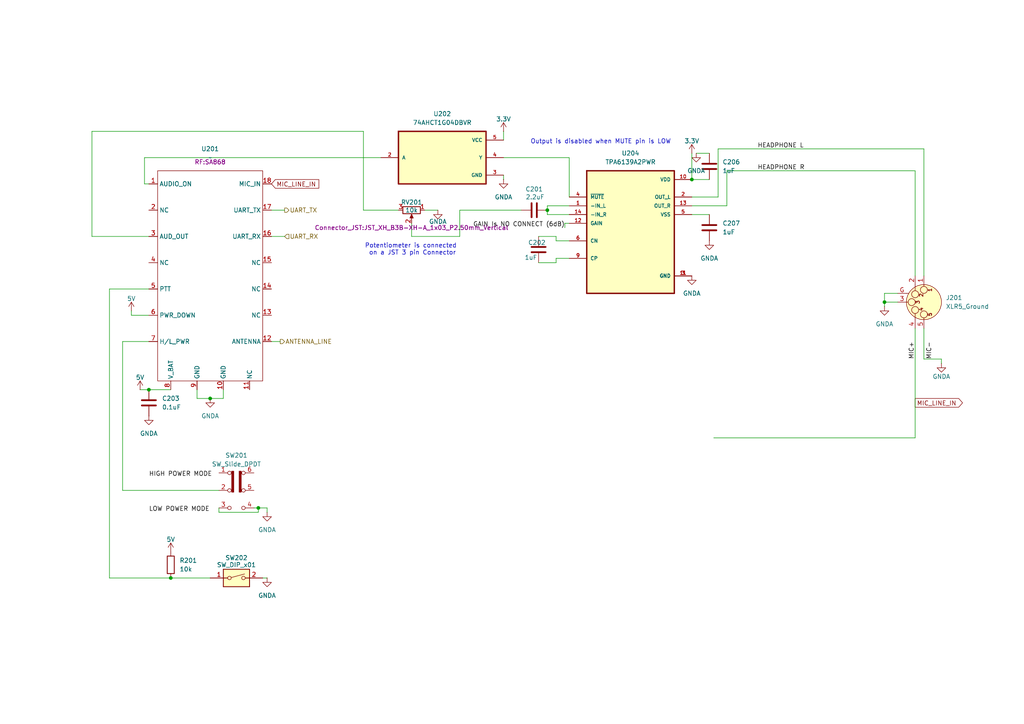
<source format=kicad_sch>
(kicad_sch (version 20231120) (generator "eeschema") (generator_version "8.0")
  (paper "A4")
  (lib_symbols
    (symbol "74xGxx:74AHCT1G04DBVR" (pin_names (offset 1.016))
      (property "Reference" "U" (at -12.7 8.62 0))
      (property "Value" "74AHCT1G04DBVR" (at -12.7 -11.62 0))
      (symbol "74AHCT1G04DBVR_0_0"
        (rectangle (start -12.7 7.62) (end 12.7 -7.62) (stroke (width 0.41)) (fill (type background)))
        (pin input line (at -17.78 0 0) (length 5.08) (name "A") (number "2"))
        (pin power_in line (at 17.78 -5.08 180) (length 5.08) (name "GND") (number "3"))
        (pin output line (at 17.78 0 180) (length 5.08) (name "Y") (number "4"))
        (pin power_in line (at 17.78 5.08 180) (length 5.08) (name "VCC") (number "5"))
      )
    )
    (symbol "Amplifier_Audio:TPA6139A2PWR" (pin_names (offset 1.016))
      (property "Reference" "U" (at -12.7 18.78 0))
      (property "Value" "TPA6139A2PWR" (at -12.7 -21.78 0))
      (symbol "TPA6139A2PWR_0_0"
        (rectangle (start -12.7 -17.78) (end 12.7 17.78) (stroke (width 0.41)) (fill (type background)))
        (pin input line (at -17.78 7.62 0) (length 5.08) (name "-IN_L") (number "1"))
        (pin power_in line (at 17.78 15.24 180) (length 5.08) (name "VDD") (number "10"))
        (pin power_in line (at 17.78 -12.7 180) (length 5.08) (name "GND") (number "11"))
        (pin input line (at -17.78 2.54 0) (length 5.08) (name "GAIN") (number "12"))
        (pin output line (at 17.78 7.62 180) (length 5.08) (name "OUT_R") (number "13"))
        (pin input line (at -17.78 5.08 0) (length 5.08) (name "-IN_R") (number "14"))
        (pin output line (at 17.78 10.16 180) (length 5.08) (name "OUT_L") (number "2"))
        (pin power_in line (at 17.78 -12.7 180) (length 5.08) (name "GND") (number "3"))
        (pin input line (at -17.78 10.16 0) (length 5.08) (name "~{MUTE}") (number "4"))
        (pin output line (at 17.78 5.08 180) (length 5.08) (name "VSS") (number "5"))
        (pin bidirectional line (at -17.78 -2.54 0) (length 5.08) (name "CN") (number "6"))
        (pin bidirectional line (at -17.78 -7.62 0) (length 5.08) (name "CP") (number "9"))
      )
    )
    (symbol "Connector_Audio:XLR5_Ground" (pin_names hide)
      (property "Reference" "J" (at 0 8.89 0))
      (property "Value" "XLR5_Ground" (at 0 6.35 0))
      (symbol "XLR5_Ground_0_1"
        (circle (center -3.556 0) (radius 1.016))
        (circle (center -2.286 -2.54) (radius 1.016))
        (circle (center 0 -3.556) (radius 1.016))
        (polyline (pts (xy -5.08 -2.54) (xy -4.445 -2.54)))
        (polyline (pts (xy -5.08 0) (xy -4.572 0)))
        (polyline (pts (xy -4.572 -2.54) (xy -3.302 -2.54)))
        (polyline (pts (xy -2.54 -5.08) (xy -2.54 -4.445)))
        (polyline (pts (xy 0 -5.08) (xy 0 -4.572)))
        (polyline (pts (xy 4.572 -2.54) (xy 3.302 -2.54)))
        (polyline (pts (xy 5.08 -2.54) (xy 4.445 -2.54)))
        (polyline (pts (xy 5.08 0) (xy 4.572 0)))
        (circle (center 0 0) (radius 5.08) (fill (type background)))
        (circle (center 2.286 -2.54) (radius 1.016))
        (circle (center 3.556 0) (radius 1.016))
        (text "1" (at -3.556 1.778 0) (effects (font (size 1.016 1.016) (bold yes))))
        (text "2" (at -2.032 -0.762 0) (effects (font (size 1.016 1.016) (bold yes))))
        (text "3" (at 0 -1.778 0) (effects (font (size 1.016 1.016) (bold yes))))
        (text "4" (at 2.032 -0.762 0) (effects (font (size 1.016 1.016) (bold yes))))
        (text "5" (at 3.556 1.778 0) (effects (font (size 1.016 1.016) (bold yes))))
      )
      (symbol "XLR5_Ground_1_1"
        (pin passive line (at -7.62 0 0) (length 2.54) (name "P1") (number "1"))
        (pin passive line (at -7.62 -2.54 0) (length 2.54) (name "P2") (number "2"))
        (pin passive line (at 0 -7.62 90) (length 2.54) (name "P3") (number "3"))
        (pin passive line (at 7.62 -2.54 180) (length 2.54) (name "P3") (number "4"))
        (pin passive line (at 7.62 0 180) (length 2.54) (name "P5") (number "5"))
        (pin passive line (at -2.54 -7.62 90) (length 2.54) (name "~") (number "G"))
      )
    )
    (symbol "Device:C" (pin_numbers hide) (pin_names (offset 0.254))
      (property "Reference" "C" (at 0.635 2.54 0))
      (property "Value" "C" (at 0.635 -2.54 0))
      (symbol "C_0_1"
        (polyline (pts (xy -2.032 -0.762) (xy 2.032 -0.762)) (stroke (width 0.508)))
        (polyline (pts (xy -2.032 0.762) (xy 2.032 0.762)) (stroke (width 0.508)))
      )
      (symbol "C_1_1"
        (pin passive line (at 0 3.81 270) (length 2.794) (name "~") (number "1"))
        (pin passive line (at 0 -3.81 90) (length 2.794) (name "~") (number "2"))
      )
    )
    (symbol "Device:R" (pin_numbers hide) (pin_names (offset 0))
      (property "Reference" "R" (at 2.032 0 90))
      (property "Value" "R" (at 0 0 90))
      (symbol "R_0_1"
        (rectangle (start -1.016 -2.54) (end 1.016 2.54) (stroke (width 0.254)))
      )
      (symbol "R_1_1"
        (pin passive line (at 0 3.81 270) (length 1.27) (name "~") (number "1"))
        (pin passive line (at 0 -3.81 90) (length 1.27) (name "~") (number "2"))
      )
    )
    (symbol "Device:R_Potentiometer" (pin_names (offset 1.016) hide)
      (property "Reference" "RV" (at -4.445 0 90))
      (property "Value" "R_Potentiometer" (at -2.54 0 90))
      (symbol "R_Potentiometer_0_1"
        (polyline (pts (xy 2.54 0) (xy 1.524 0)))
        (polyline (pts (xy 1.143 0) (xy 2.286 0.508) (xy 2.286 -0.508) (xy 1.143 0)) (fill (type outline)))
        (rectangle (start 1.016 2.54) (end -1.016 -2.54) (stroke (width 0.254)))
      )
      (symbol "R_Potentiometer_1_1"
        (pin passive line (at 0 3.81 270) (length 1.27) (name "1") (number "1"))
        (pin passive line (at 3.81 0 180) (length 1.27) (name "2") (number "2"))
        (pin passive line (at 0 -3.81 90) (length 1.27) (name "3") (number "3"))
      )
    )
    (symbol "RF:SA868"
      (property "Reference" "U$" (at 32.258 15.494 0))
      (property "Footprint" "RF:SA868" (at 31.496 18.796 0))
      (symbol "SA868_0_1"
        (rectangle (start 0 30.48) (end 60.96 0))
      )
      (symbol "SA868_1_1"
        (pin input line (at 57.15 33.02 270) (length 2.54) (name "AUDIO_ON") (number "1"))
        (pin power_in line (at -2.54 11.43 0) (length 2.54) (name "GND") (number "10"))
        (pin free line (at -2.54 3.81 0) (length 2.54) (name "NC") (number "11"))
        (pin output line (at 11.43 -2.54 90) (length 2.54) (name "ANTENNA") (number "12"))
        (pin free line (at 19.05 -2.54 90) (length 2.54) (name "NC") (number "13"))
        (pin free line (at 26.67 -2.54 90) (length 2.54) (name "NC") (number "14"))
        (pin free line (at 34.29 -2.54 90) (length 2.54) (name "NC") (number "15"))
        (pin input line (at 41.91 -2.54 90) (length 2.54) (name "UART_RX") (number "16"))
        (pin output line (at 49.53 -2.54 90) (length 2.54) (name "UART_TX") (number "17"))
        (pin input line (at 57.15 -2.54 90) (length 2.54) (name "MIC_IN") (number "18"))
        (pin free line (at 49.53 33.02 270) (length 2.54) (name "NC") (number "2"))
        (pin output line (at 41.91 33.02 270) (length 2.54) (name "AUD_OUT") (number "3"))
        (pin free line (at 34.29 33.02 270) (length 2.54) (name "NC") (number "4"))
        (pin input line (at 26.67 33.02 270) (length 2.54) (name "PTT") (number "5"))
        (pin input line (at 19.05 33.02 270) (length 2.54) (name "PWR_DOWN") (number "6"))
        (pin input line (at 11.43 33.02 270) (length 2.54) (name "H/L_PWR") (number "7"))
        (pin power_in line (at -2.54 26.67 0) (length 2.54) (name "V_BAT") (number "8"))
        (pin power_in line (at -2.54 19.05 0) (length 2.54) (name "GND") (number "9"))
      )
    )
    (symbol "Switch:SW_DIP_x01" (pin_names (offset 0) hide)
      (property "Reference" "SW" (at 0 3.81 0))
      (property "Value" "SW_DIP_x01" (at 0 -3.81 0))
      (symbol "SW_DIP_x01_0_0"
        (circle (center -2.032 0) (radius 0.508))
        (polyline (pts (xy -1.524 0.127) (xy 2.3622 1.1684)))
        (circle (center 2.032 0) (radius 0.508))
      )
      (symbol "SW_DIP_x01_0_1"
        (rectangle (start -3.81 2.54) (end 3.81 -2.54) (stroke (width 0.254)) (fill (type background)))
      )
      (symbol "SW_DIP_x01_1_1"
        (pin passive line (at -7.62 0 0) (length 5.08) (name "~") (number "1"))
        (pin passive line (at 7.62 0 180) (length 5.08) (name "~") (number "2"))
      )
    )
    (symbol "Switch:SW_Slide_DPDT" (pin_names (offset 0) hide)
      (property "Reference" "SW" (at 0 6.858 0))
      (property "Value" "SW_Slide_DPDT" (at 0 -8.128 0))
      (symbol "SW_Slide_DPDT_0_0"
        (circle (center -2.032 -5.08) (radius 0.508))
        (circle (center -2.032 5.08) (radius 0.508))
        (circle (center 2.032 -5.08) (radius 0.508))
        (circle (center 2.032 0) (radius 0.508))
      )
      (symbol "SW_Slide_DPDT_0_1"
        (circle (center -2.032 0) (radius 0.508))
        (circle (center 2.032 5.08) (radius 0.508))
      )
      (symbol "SW_Slide_DPDT_1_1"
        (rectangle (start -1.397 5.588) (end -0.762 -0.508) (fill (type outline)))
        (rectangle (start 0.762 5.588) (end 1.397 -0.508) (fill (type outline)))
        (pin passive line (at -5.08 5.08 0) (length 2.54) (name "A") (number "1"))
        (pin passive line (at -5.08 0 0) (length 2.54) (name "B") (number "2"))
        (pin passive line (at -5.08 -5.08 0) (length 2.54) (name "C") (number "3"))
        (pin passive line (at 5.08 -5.08 180) (length 2.54) (name "A") (number "4"))
        (pin passive line (at 5.08 0 180) (length 2.54) (name "B") (number "5"))
        (pin passive line (at 5.08 5.08 180) (length 2.54) (name "C") (number "6"))
      )
    )
    (symbol "power:GNDA" (power) (pin_numbers hide) (pin_names (offset 0) hide)
      (property "Value" "GNDA" (at 0 -3.81 0))
      (symbol "GNDA_0_1"
        (polyline (pts (xy 0 0) (xy 0 -1.27) (xy 1.27 -1.27) (xy 0 -2.54) (xy -1.27 -1.27) (xy 0 -1.27)))
      )
      (symbol "GNDA_1_1"
        (pin power_in line (at 0 0 270) (length 0) (name "~") (number "1"))
      )
    )
    (symbol "power:VCC" (power) (pin_numbers hide) (pin_names (offset 0) hide)
      (property "Value" "VCC" (at 0 3.556 0))
      (symbol "VCC_0_1"
        (polyline (pts (xy -0.762 1.27) (xy 0 2.54)))
        (polyline (pts (xy 0 0) (xy 0 2.54)))
        (polyline (pts (xy 0 2.54) (xy 0.762 1.27)))
      )
      (symbol "VCC_1_1"
        (pin power_in line (at 0 0 90) (length 0) (name "~") (number "1"))
      )
    )
  )
  (junction (at 74.93 147.32))
  (junction (at 158.75 60.96))
  (junction (at 200.66 52.07))
  (junction (at 43.18 113.03))
  (junction (at 60.96 115.57))
  (junction (at 256.54 87.63))
  (junction (at 49.53 167.64))
  (wire (pts (xy 78.74 60.96) (xy 82.55 60.96)))
  (wire (pts (xy 158.75 59.69) (xy 165.1 59.69)))
  (wire (pts (xy 35.56 142.24) (xy 63.5 142.24)))
  (wire (pts (xy 146.05 45.72) (xy 165.1 45.72)))
  (wire (pts (xy 200.66 59.69) (xy 210.82 59.69)))
  (wire (pts (xy 267.97 104.14) (xy 267.97 95.25)))
  (wire (pts (xy 40.64 113.03) (xy 43.18 113.03)))
  (wire (pts (xy 57.15 115.57) (xy 57.15 113.03)))
  (wire (pts (xy 273.05 104.14) (xy 273.05 105.41)))
  (wire (pts (xy 73.66 147.32) (xy 74.93 147.32)))
  (wire (pts (xy 267.97 43.18) (xy 267.97 80.01)))
  (wire (pts (xy 77.47 167.64) (xy 76.2 167.64)))
  (wire (pts (xy 105.41 38.1) (xy 105.41 60.96)))
  (wire (pts (xy 43.18 68.58) (xy 26.67 68.58)))
  (wire (pts (xy 265.43 127) (xy 207.01 127)))
  (wire (pts (xy 43.18 83.82) (xy 31.75 83.82)))
  (wire (pts (xy 200.66 44.45) (xy 200.66 52.07)))
  (wire (pts (xy 105.41 60.96) (xy 115.57 60.96)))
  (wire (pts (xy 200.66 62.23) (xy 205.74 62.23)))
  (wire (pts (xy 256.54 87.63) (xy 260.35 87.63)))
  (wire (pts (xy 81.28 99.06) (xy 78.74 99.06)))
  (wire (pts (xy 156.21 68.58) (xy 161.29 68.58)))
  (wire (pts (xy 273.05 104.14) (xy 267.97 104.14)))
  (wire (pts (xy 41.91 53.34) (xy 41.91 45.72)))
  (wire (pts (xy 256.54 87.63) (xy 256.54 85.09)))
  (wire (pts (xy 156.21 76.2) (xy 161.29 76.2)))
  (wire (pts (xy 26.67 68.58) (xy 26.67 38.1)))
  (wire (pts (xy 63.5 148.59) (xy 74.93 148.59)))
  (wire (pts (xy 161.29 68.58) (xy 161.29 69.85)))
  (wire (pts (xy 158.75 59.69) (xy 158.75 60.96)))
  (wire (pts (xy 146.05 40.64) (xy 146.05 38.1)))
  (wire (pts (xy 208.28 43.18) (xy 267.97 43.18)))
  (wire (pts (xy 265.43 127) (xy 265.43 95.25)))
  (wire (pts (xy 26.67 38.1) (xy 105.41 38.1)))
  (wire (pts (xy 31.75 83.82) (xy 31.75 167.64)))
  (wire (pts (xy 119.38 68.58) (xy 119.38 64.77)))
  (wire (pts (xy 64.77 115.57) (xy 64.77 113.03)))
  (wire (pts (xy 208.28 57.15) (xy 208.28 43.18)))
  (wire (pts (xy 43.18 113.03) (xy 49.53 113.03)))
  (wire (pts (xy 161.29 76.2) (xy 161.29 74.93)))
  (wire (pts (xy 200.66 57.15) (xy 208.28 57.15)))
  (wire (pts (xy 165.1 74.93) (xy 161.29 74.93)))
  (wire (pts (xy 119.38 68.58) (xy 133.35 68.58)))
  (wire (pts (xy 163.83 64.77) (xy 165.1 64.77)))
  (wire (pts (xy 158.75 60.96) (xy 158.75 62.23)))
  (wire (pts (xy 60.96 115.57) (xy 64.77 115.57)))
  (wire (pts (xy 35.56 99.06) (xy 35.56 142.24)))
  (wire (pts (xy 210.82 49.53) (xy 210.82 59.69)))
  (wire (pts (xy 123.19 60.96) (xy 127 60.96)))
  (wire (pts (xy 265.43 49.53) (xy 210.82 49.53)))
  (wire (pts (xy 41.91 45.72) (xy 110.49 45.72)))
  (wire (pts (xy 133.35 68.58) (xy 133.35 60.96)))
  (wire (pts (xy 256.54 88.9) (xy 256.54 87.63)))
  (wire (pts (xy 163.83 66.04) (xy 163.83 64.77)))
  (wire (pts (xy 78.74 68.58) (xy 82.55 68.58)))
  (wire (pts (xy 74.93 147.32) (xy 74.93 148.59)))
  (wire (pts (xy 43.18 91.44) (xy 38.1 91.44)))
  (wire (pts (xy 60.96 115.57) (xy 57.15 115.57)))
  (wire (pts (xy 146.05 50.8) (xy 146.05 52.07)))
  (wire (pts (xy 201.93 44.45) (xy 205.74 44.45)))
  (wire (pts (xy 49.53 167.64) (xy 60.96 167.64)))
  (wire (pts (xy 43.18 53.34) (xy 41.91 53.34)))
  (wire (pts (xy 31.75 167.64) (xy 49.53 167.64)))
  (wire (pts (xy 63.5 147.32) (xy 63.5 148.59)))
  (wire (pts (xy 133.35 60.96) (xy 151.13 60.96)))
  (wire (pts (xy 35.56 99.06) (xy 43.18 99.06)))
  (wire (pts (xy 265.43 80.01) (xy 265.43 49.53)))
  (wire (pts (xy 165.1 45.72) (xy 165.1 57.15)))
  (wire (pts (xy 38.1 91.44) (xy 38.1 90.17)))
  (wire (pts (xy 161.29 69.85) (xy 165.1 69.85)))
  (wire (pts (xy 205.74 52.07) (xy 200.66 52.07)))
  (wire (pts (xy 77.47 147.32) (xy 77.47 148.59)))
  (wire (pts (xy 165.1 62.23) (xy 158.75 62.23)))
  (wire (pts (xy 256.54 85.09) (xy 260.35 85.09)))
  (wire (pts (xy 74.93 147.32) (xy 77.47 147.32)))
  (text "Potentiometer is connected \non a JST 3 pin Connector\n" (at 119.634 72.39 0) (effects (font (size 1.27 1.27))))
  (text "Output is disabled when MUTE pin is LOW\n" (at 174.244 41.148 0) (effects (font (size 1.27 1.27))))
  (label "HEADPHONE L" (at 219.71 43.18 0))
  (label "MIC-" (at 270.51 99.06 270))
  (label "LOW POWER MODE" (at 43.18 148.59 0))
  (label "MIC+" (at 265.43 99.06 270))
  (label "HIGH POWER MODE" (at 43.18 138.43 0))
  (label "GAIN Is NO CONNECT (6dB)" (at 163.83 66.04 180))
  (label "HEADPHONE R" (at 219.71 49.53 0))
  (global_label "MIC_LINE_IN" (shape input) (at 78.74 53.34 0) (property "Intersheetrefs" "${INTERSHEET_REFS}" (effects (hide yes))))
  (global_label "MIC_LINE_IN" (shape output) (at 265.43 116.84 0) (property "Intersheetrefs" "${INTERSHEET_REFS}" (effects (hide yes))))
  (hierarchical_label "ANTENNA_LINE" (shape output) (at 81.28 99.06 0))
  (hierarchical_label "UART_TX" (shape output) (at 82.55 60.96 0))
  (hierarchical_label "UART_RX" (shape input) (at 82.55 68.58 0))
  (symbol (lib_id "Device:C") (at 205.74 48.26 0) (unit 1)
    (property "Reference" "C206" (at 209.55 46.9899 0) (effects (justify left)))
    (property "Value" "1uF" (at 209.55 49.5299 0) (effects (justify left)))
    (property "Footprint" "Capacitor_SMD:C_0603_1608Metric_Pad1.08x0.95mm_HandSolder" (effects (hide yes)))
    (property "Description" "Unpolarized capacitor" (effects (hide yes)))
  )
  (symbol (lib_id "power:GNDA") (at 256.54 88.9 0) (unit 1)
    (property "Reference" "#PWR0215" (effects (hide yes)))
    (property "Value" "GNDA" (at 256.54 93.98 0))
    (property "Description" "Power symbol creates a global label with name \"GNDA\" , analog ground" (effects (hide yes)))
  )
  (symbol (lib_id "power:VCC") (at 146.05 38.1 0) (unit 1)
    (property "Reference" "#PWR0207" (effects (hide yes)))
    (property "Value" "3.3V" (at 146.05 34.544 0))
    (property "Description" "Power symbol creates a global label with name \"VCC\"" (effects (hide yes)))
  )
  (symbol (lib_id "Device:C") (at 154.94 60.96 90) (unit 1)
    (property "Reference" "C201" (at 154.94 54.864 90))
    (property "Value" "2.2uF" (at 155.194 57.15 90))
    (property "Footprint" "Capacitor_SMD:C_0603_1608Metric_Pad1.08x0.95mm_HandSolder" (effects (hide yes)))
    (property "Description" "Unpolarized capacitor" (effects (hide yes)))
  )
  (symbol (lib_id "power:GNDA") (at 201.93 44.45 0) (unit 1)
    (property "Reference" "#PWR0211" (effects (hide yes)))
    (property "Value" "GNDA" (at 201.93 49.53 0))
    (property "Description" "Power symbol creates a global label with name \"GNDA\" , analog ground" (effects (hide yes)))
  )
  (symbol (lib_id "power:VCC") (at 200.66 44.45 0) (unit 1)
    (property "Reference" "#PWR0212" (effects (hide yes)))
    (property "Value" "3.3V" (at 200.66 40.894 0))
    (property "Description" "Power symbol creates a global label with name \"VCC\"" (effects (hide yes)))
  )
  (symbol (lib_id "power:VCC") (at 49.53 160.02 0) (unit 1)
    (property "Reference" "#PWR0202" (effects (hide yes)))
    (property "Value" "5V" (at 49.53 156.464 0))
    (property "Description" "Power symbol creates a global label with name \"VCC\"" (effects (hide yes)))
  )
  (symbol (lib_id "power:GNDA") (at 200.66 80.01 0) (unit 1)
    (property "Reference" "#PWR0213" (effects (hide yes)))
    (property "Value" "GNDA" (at 200.66 85.09 0))
    (property "Description" "Power symbol creates a global label with name \"GNDA\" , analog ground" (effects (hide yes)))
  )
  (symbol (lib_id "power:GNDA") (at 43.18 120.65 0) (unit 1)
    (property "Reference" "#PWR0210" (effects (hide yes)))
    (property "Value" "GNDA" (at 43.18 125.73 0))
    (property "Description" "Power symbol creates a global label with name \"GNDA\" , analog ground" (effects (hide yes)))
  )
  (symbol (lib_id "power:GNDA") (at 60.96 115.57 0) (unit 1)
    (property "Reference" "#PWR0203" (effects (hide yes)))
    (property "Value" "GNDA" (at 60.96 120.65 0))
    (property "Description" "Power symbol creates a global label with name \"GNDA\" , analog ground" (effects (hide yes)))
  )
  (symbol (lib_id "power:GNDA") (at 273.05 105.41 0) (unit 1)
    (property "Reference" "#PWR0216" (effects (hide yes)))
    (property "Value" "GNDA" (at 273.05 109.22 0))
    (property "Description" "Power symbol creates a global label with name \"GNDA\" , analog ground" (effects (hide yes)))
  )
  (symbol (lib_id "Amplifier_Audio:TPA6139A2PWR") (at 182.88 67.31 0) (unit 1)
    (property "Reference" "U204" (at 182.88 44.45 0))
    (property "Value" "TPA6139A2PWR" (at 182.88 46.99 0))
    (property "Footprint" "Package_SO:SOP-65P640X120-14N" (effects (hide yes)))
    (property "MF" "Texas Instruments" (effects (hide yes)))
    (property "MP" "TPA6139A2PWR" (effects (hide yes)))
  )
  (symbol (lib_id "power:GNDA") (at 146.05 52.07 0) (unit 1)
    (property "Reference" "#PWR0208" (effects (hide yes)))
    (property "Value" "GNDA" (at 146.05 57.15 0))
    (property "Description" "Power symbol creates a global label with name \"GNDA\" , analog ground" (effects (hide yes)))
  )
  (symbol (lib_id "Switch:SW_Slide_DPDT") (at 68.58 142.24 0) (unit 1)
    (property "Reference" "SW201" (at 68.58 132.08 0))
    (property "Value" "SW_Slide_DPDT" (at 68.58 134.62 0))
    (property "Footprint" "Connector_JST:JST_XH_B4B-XH-A_1x04_P2.50mm_Vertical" (effects (hide yes)))
    (property "Description" "Slide Switch, dual pole double throw" (effects (hide yes)))
  )
  (symbol (lib_id "power:GNDA") (at 77.47 148.59 0) (unit 1)
    (property "Reference" "#PWR0204" (effects (hide yes)))
    (property "Value" "GNDA" (at 77.47 153.67 0))
    (property "Description" "Power symbol creates a global label with name \"GNDA\" , analog ground" (effects (hide yes)))
  )
  (symbol (lib_id "Switch:SW_DIP_x01") (at 68.58 167.64 0) (unit 1)
    (property "Reference" "SW202" (at 68.58 161.798 0))
    (property "Value" "SW_DIP_x01" (at 68.58 163.83 0))
    (property "Description" "1x DIP Switch, Single Pole Single Throw (SPST) switch, small symbol" (effects (hide yes)))
  )
  (symbol (lib_id "power:GNDA") (at 205.74 69.85 0) (unit 1)
    (property "Reference" "#PWR0214" (effects (hide yes)))
    (property "Value" "GNDA" (at 205.74 74.93 0))
    (property "Description" "Power symbol creates a global label with name \"GNDA\" , analog ground" (effects (hide yes)))
  )
  (symbol (lib_id "power:GNDA") (at 77.47 167.64 0) (unit 1)
    (property "Reference" "#PWR0205" (effects (hide yes)))
    (property "Value" "GNDA" (at 77.47 172.72 0))
    (property "Description" "Power symbol creates a global label with name \"GNDA\" , analog ground" (effects (hide yes)))
  )
  (symbol (lib_id "Device:C") (at 205.74 66.04 0) (unit 1)
    (property "Reference" "C207" (at 209.55 64.7699 0) (effects (justify left)))
    (property "Value" "1uF" (at 209.55 67.3099 0) (effects (justify left)))
    (property "Footprint" "Capacitor_SMD:C_0603_1608Metric_Pad1.08x0.95mm_HandSolder" (effects (hide yes)))
    (property "Description" "Unpolarized capacitor" (effects (hide yes)))
  )
  (symbol (lib_id "power:VCC") (at 38.1 90.17 0) (unit 1)
    (property "Reference" "#PWR0201" (effects (hide yes)))
    (property "Value" "5V" (at 38.1 86.614 0))
    (property "Description" "Power symbol creates a global label with name \"VCC\"" (effects (hide yes)))
  )
  (symbol (lib_id "Connector_Audio:XLR5_Ground") (at 267.97 87.63 270) (unit 1)
    (property "Reference" "J201" (at 274.32 86.3599 90) (effects (justify left)))
    (property "Value" "XLR5_Ground" (at 274.32 88.8999 90) (effects (justify left)))
    (property "Footprint" "Connector_JST:JST_XH_B5B-XH-A_1x05_P2.50mm_Vertical" (effects (hide yes)))
    (property "Description" "XLR Connector, Male or Female, 5 Pins, Discrete Ground Pin" (effects (hide yes)))
  )
  (symbol (lib_id "power:GNDA") (at 127 60.96 0) (unit 1)
    (property "Reference" "#PWR0206" (effects (hide yes)))
    (property "Value" "GNDA" (at 127 64.262 0))
    (property "Description" "Power symbol creates a global label with name \"GNDA\" , analog ground" (effects (hide yes)))
  )
  (symbol (lib_id "Device:C") (at 43.18 116.84 0) (unit 1)
    (property "Reference" "C203" (at 46.99 115.5699 0) (effects (justify left)))
    (property "Value" "0.1uF" (at 46.99 118.1099 0) (effects (justify left)))
    (property "Footprint" "Capacitor_SMD:C_0603_1608Metric_Pad1.08x0.95mm_HandSolder" (effects (hide yes)))
    (property "Description" "Unpolarized capacitor" (effects (hide yes)))
  )
  (symbol (lib_id "RF:SA868") (at 76.2 110.49 90) (unit 1)
    (property "Reference" "U201" (at 60.96 43.18 90))
    (property "Value" "~" (at 60.96 45.72 90))
    (property "Footprint" "RF:SA868" (at 60.96 46.99 90))
  )
  (symbol (lib_id "power:VCC") (at 40.64 113.03 0) (unit 1)
    (property "Reference" "#PWR0209" (effects (hide yes)))
    (property "Value" "5V" (at 40.64 109.474 0))
    (property "Description" "Power symbol creates a global label with name \"VCC\"" (effects (hide yes)))
  )
  (symbol (lib_id "Device:C") (at 156.21 72.39 0) (unit 1)
    (property "Reference" "C202" (at 153.162 70.358 0) (effects (justify left)))
    (property "Value" "1uF" (at 152.146 74.676 0) (effects (justify left)))
    (property "Footprint" "Capacitor_SMD:C_0603_1608Metric_Pad1.08x0.95mm_HandSolder" (effects (hide yes)))
    (property "Description" "Unpolarized capacitor" (effects (hide yes)))
  )
  (symbol (lib_id "74xGxx:74AHCT1G04DBVR") (at 128.27 45.72 0) (unit 1)
    (property "Reference" "U202" (at 128.27 33.02 0))
    (property "Value" "74AHCT1G04DBVR" (at 128.27 35.56 0))
    (property "Footprint" "Package_TO_SOT_SMD:SOT-23-5" (effects (hide yes)))
    (property "Description" "Single Inverter Gate" (effects (hide yes)))
    (property "MF" "Texas Instruments" (effects (hide yes)))
    (property "MP" "SN74AHCT1G04DBVR" (effects (hide yes)))
  )
  (symbol (lib_id "Device:R_Potentiometer") (at 119.38 60.96 270) (unit 1)
    (property "Reference" "RV201" (at 119.38 58.674 90))
    (property "Value" "10k" (at 119.38 60.96 90))
    (property "Footprint" "Connector_JST:JST_XH_B3B-XH-A_1x03_P2.50mm_Vertical" (at 119.38 66.04 90))
    (property "Description" "Log Potentiometer" (effects (hide yes)))
  )
  (symbol (lib_id "Device:R") (at 49.53 163.83 0) (unit 1)
    (property "Reference" "R201" (at 52.07 162.5599 0) (effects (justify left)))
    (property "Value" "10k" (at 52.07 165.0999 0) (effects (justify left)))
    (property "Footprint" "Resistor_SMD:R_1206_3216Metric_Pad1.30x1.75mm_HandSolder" (effects (hide yes)))
    (property "Description" "Resistor" (effects (hide yes)))
  )
)
</source>
